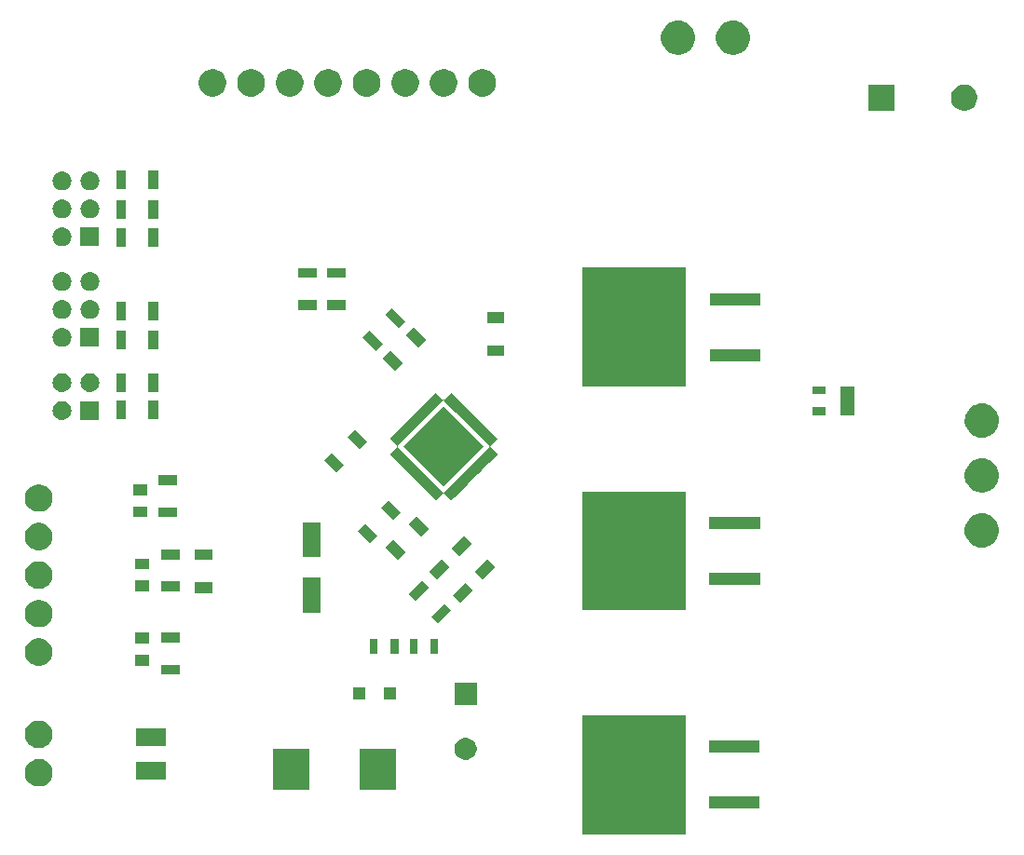
<source format=gts>
G04 #@! TF.GenerationSoftware,KiCad,Pcbnew,(5.0.1)-3*
G04 #@! TF.CreationDate,2018-10-29T22:15:53-04:00*
G04 #@! TF.ProjectId,GCEW,474345572E6B696361645F7063620000,rev?*
G04 #@! TF.SameCoordinates,Original*
G04 #@! TF.FileFunction,Soldermask,Top*
G04 #@! TF.FilePolarity,Negative*
%FSLAX46Y46*%
G04 Gerber Fmt 4.6, Leading zero omitted, Abs format (unit mm)*
G04 Created by KiCad (PCBNEW (5.0.1)-3) date 10/29/2018 10:15:53 PM*
%MOMM*%
%LPD*%
G01*
G04 APERTURE LIST*
%ADD10C,0.100000*%
G04 APERTURE END LIST*
D10*
G36*
X182775000Y-142600000D02*
X173375000Y-142600000D01*
X173375000Y-131800000D01*
X182775000Y-131800000D01*
X182775000Y-142600000D01*
X182775000Y-142600000D01*
G37*
G36*
X189525000Y-140290000D02*
X184925000Y-140290000D01*
X184925000Y-139190000D01*
X189525000Y-139190000D01*
X189525000Y-140290000D01*
X189525000Y-140290000D01*
G37*
G36*
X148600000Y-138550000D02*
X145300000Y-138550000D01*
X145300000Y-134850000D01*
X148600000Y-134850000D01*
X148600000Y-138550000D01*
X148600000Y-138550000D01*
G37*
G36*
X156500000Y-138550000D02*
X153200000Y-138550000D01*
X153200000Y-134850000D01*
X156500000Y-134850000D01*
X156500000Y-138550000D01*
X156500000Y-138550000D01*
G37*
G36*
X124364612Y-135823037D02*
X124592096Y-135917264D01*
X124796831Y-136054064D01*
X124970936Y-136228169D01*
X125107736Y-136432904D01*
X125201963Y-136660388D01*
X125250000Y-136901885D01*
X125250000Y-137148115D01*
X125201963Y-137389612D01*
X125107736Y-137617096D01*
X124970936Y-137821831D01*
X124796831Y-137995936D01*
X124592096Y-138132736D01*
X124364612Y-138226963D01*
X124123115Y-138275000D01*
X123876885Y-138275000D01*
X123635388Y-138226963D01*
X123407904Y-138132736D01*
X123203169Y-137995936D01*
X123029064Y-137821831D01*
X122892264Y-137617096D01*
X122798037Y-137389612D01*
X122750000Y-137148115D01*
X122750000Y-136901885D01*
X122798037Y-136660388D01*
X122892264Y-136432904D01*
X123029064Y-136228169D01*
X123203169Y-136054064D01*
X123407904Y-135917264D01*
X123635388Y-135823037D01*
X123876885Y-135775000D01*
X124123115Y-135775000D01*
X124364612Y-135823037D01*
X124364612Y-135823037D01*
G37*
G36*
X135550000Y-137625000D02*
X132850000Y-137625000D01*
X132850000Y-136025000D01*
X135550000Y-136025000D01*
X135550000Y-137625000D01*
X135550000Y-137625000D01*
G37*
G36*
X162975770Y-133865372D02*
X163091689Y-133888429D01*
X163273678Y-133963811D01*
X163437463Y-134073249D01*
X163576751Y-134212537D01*
X163686189Y-134376322D01*
X163761571Y-134558311D01*
X163800000Y-134751509D01*
X163800000Y-134948491D01*
X163761571Y-135141689D01*
X163686189Y-135323678D01*
X163576751Y-135487463D01*
X163437463Y-135626751D01*
X163273678Y-135736189D01*
X163091689Y-135811571D01*
X162975770Y-135834628D01*
X162898493Y-135850000D01*
X162701507Y-135850000D01*
X162624230Y-135834628D01*
X162508311Y-135811571D01*
X162326322Y-135736189D01*
X162162537Y-135626751D01*
X162023249Y-135487463D01*
X161913811Y-135323678D01*
X161838429Y-135141689D01*
X161800000Y-134948491D01*
X161800000Y-134751509D01*
X161838429Y-134558311D01*
X161913811Y-134376322D01*
X162023249Y-134212537D01*
X162162537Y-134073249D01*
X162326322Y-133963811D01*
X162508311Y-133888429D01*
X162624230Y-133865372D01*
X162701507Y-133850000D01*
X162898493Y-133850000D01*
X162975770Y-133865372D01*
X162975770Y-133865372D01*
G37*
G36*
X189525000Y-135210000D02*
X184925000Y-135210000D01*
X184925000Y-134110000D01*
X189525000Y-134110000D01*
X189525000Y-135210000D01*
X189525000Y-135210000D01*
G37*
G36*
X124364612Y-132323037D02*
X124592096Y-132417264D01*
X124796831Y-132554064D01*
X124970936Y-132728169D01*
X125107736Y-132932904D01*
X125201963Y-133160388D01*
X125250000Y-133401885D01*
X125250000Y-133648115D01*
X125201963Y-133889612D01*
X125107736Y-134117096D01*
X124970936Y-134321831D01*
X124796831Y-134495936D01*
X124592096Y-134632736D01*
X124364612Y-134726963D01*
X124123115Y-134775000D01*
X123876885Y-134775000D01*
X123635388Y-134726963D01*
X123407904Y-134632736D01*
X123203169Y-134495936D01*
X123029064Y-134321831D01*
X122892264Y-134117096D01*
X122798037Y-133889612D01*
X122750000Y-133648115D01*
X122750000Y-133401885D01*
X122798037Y-133160388D01*
X122892264Y-132932904D01*
X123029064Y-132728169D01*
X123203169Y-132554064D01*
X123407904Y-132417264D01*
X123635388Y-132323037D01*
X123876885Y-132275000D01*
X124123115Y-132275000D01*
X124364612Y-132323037D01*
X124364612Y-132323037D01*
G37*
G36*
X135550000Y-134625000D02*
X132850000Y-134625000D01*
X132850000Y-133025000D01*
X135550000Y-133025000D01*
X135550000Y-134625000D01*
X135550000Y-134625000D01*
G37*
G36*
X163800000Y-130850000D02*
X161800000Y-130850000D01*
X161800000Y-128850000D01*
X163800000Y-128850000D01*
X163800000Y-130850000D01*
X163800000Y-130850000D01*
G37*
G36*
X153700001Y-130400000D02*
X152600001Y-130400000D01*
X152600001Y-129300000D01*
X153700001Y-129300000D01*
X153700001Y-130400000D01*
X153700001Y-130400000D01*
G37*
G36*
X156499999Y-130400000D02*
X155399999Y-130400000D01*
X155399999Y-129300000D01*
X156499999Y-129300000D01*
X156499999Y-130400000D01*
X156499999Y-130400000D01*
G37*
G36*
X136800000Y-128100000D02*
X135100000Y-128100000D01*
X135100000Y-127200000D01*
X136800000Y-127200000D01*
X136800000Y-128100000D01*
X136800000Y-128100000D01*
G37*
G36*
X124364612Y-124848037D02*
X124592096Y-124942264D01*
X124796831Y-125079064D01*
X124970936Y-125253169D01*
X125107736Y-125457904D01*
X125201963Y-125685388D01*
X125250000Y-125926885D01*
X125250000Y-126173115D01*
X125201963Y-126414612D01*
X125107736Y-126642096D01*
X124970936Y-126846831D01*
X124796831Y-127020936D01*
X124592096Y-127157736D01*
X124364612Y-127251963D01*
X124123115Y-127300000D01*
X123876885Y-127300000D01*
X123635388Y-127251963D01*
X123407904Y-127157736D01*
X123203169Y-127020936D01*
X123029064Y-126846831D01*
X122892264Y-126642096D01*
X122798037Y-126414612D01*
X122750000Y-126173115D01*
X122750000Y-125926885D01*
X122798037Y-125685388D01*
X122892264Y-125457904D01*
X123029064Y-125253169D01*
X123203169Y-125079064D01*
X123407904Y-124942264D01*
X123635388Y-124848037D01*
X123876885Y-124800000D01*
X124123115Y-124800000D01*
X124364612Y-124848037D01*
X124364612Y-124848037D01*
G37*
G36*
X134025000Y-127300000D02*
X132775000Y-127300000D01*
X132775000Y-126300000D01*
X134025000Y-126300000D01*
X134025000Y-127300000D01*
X134025000Y-127300000D01*
G37*
G36*
X160300000Y-126200000D02*
X159600000Y-126200000D01*
X159600000Y-124900000D01*
X160300000Y-124900000D01*
X160300000Y-126200000D01*
X160300000Y-126200000D01*
G37*
G36*
X158400000Y-126200000D02*
X157700000Y-126200000D01*
X157700000Y-124900000D01*
X158400000Y-124900000D01*
X158400000Y-126200000D01*
X158400000Y-126200000D01*
G37*
G36*
X156700000Y-126200000D02*
X156000000Y-126200000D01*
X156000000Y-124900000D01*
X156700000Y-124900000D01*
X156700000Y-126200000D01*
X156700000Y-126200000D01*
G37*
G36*
X154800000Y-126200000D02*
X154100000Y-126200000D01*
X154100000Y-124900000D01*
X154800000Y-124900000D01*
X154800000Y-126200000D01*
X154800000Y-126200000D01*
G37*
G36*
X134025000Y-125300000D02*
X132775000Y-125300000D01*
X132775000Y-124300000D01*
X134025000Y-124300000D01*
X134025000Y-125300000D01*
X134025000Y-125300000D01*
G37*
G36*
X136800000Y-125200000D02*
X135100000Y-125200000D01*
X135100000Y-124300000D01*
X136800000Y-124300000D01*
X136800000Y-125200000D01*
X136800000Y-125200000D01*
G37*
G36*
X124364612Y-121348037D02*
X124592096Y-121442264D01*
X124796831Y-121579064D01*
X124970936Y-121753169D01*
X125107736Y-121957904D01*
X125201963Y-122185388D01*
X125250000Y-122426885D01*
X125250000Y-122673115D01*
X125201963Y-122914612D01*
X125107736Y-123142096D01*
X124970936Y-123346831D01*
X124796831Y-123520936D01*
X124592096Y-123657736D01*
X124364612Y-123751963D01*
X124123115Y-123800000D01*
X123876885Y-123800000D01*
X123635388Y-123751963D01*
X123407904Y-123657736D01*
X123203169Y-123520936D01*
X123029064Y-123346831D01*
X122892264Y-123142096D01*
X122798037Y-122914612D01*
X122750000Y-122673115D01*
X122750000Y-122426885D01*
X122798037Y-122185388D01*
X122892264Y-121957904D01*
X123029064Y-121753169D01*
X123203169Y-121579064D01*
X123407904Y-121442264D01*
X123635388Y-121348037D01*
X123876885Y-121300000D01*
X124123115Y-121300000D01*
X124364612Y-121348037D01*
X124364612Y-121348037D01*
G37*
G36*
X161494545Y-122242462D02*
X160292462Y-123444545D01*
X159656065Y-122808148D01*
X160858148Y-121606065D01*
X161494545Y-122242462D01*
X161494545Y-122242462D01*
G37*
G36*
X149600000Y-122450000D02*
X148000000Y-122450000D01*
X148000000Y-119250000D01*
X149600000Y-119250000D01*
X149600000Y-122450000D01*
X149600000Y-122450000D01*
G37*
G36*
X182799999Y-122250000D02*
X173399999Y-122250000D01*
X173399999Y-111450000D01*
X182799999Y-111450000D01*
X182799999Y-122250000D01*
X182799999Y-122250000D01*
G37*
G36*
X163479900Y-120448528D02*
X162348528Y-121579900D01*
X161641420Y-120872792D01*
X162772792Y-119741420D01*
X163479900Y-120448528D01*
X163479900Y-120448528D01*
G37*
G36*
X159443935Y-120191852D02*
X158241852Y-121393935D01*
X157605455Y-120757538D01*
X158807538Y-119555455D01*
X159443935Y-120191852D01*
X159443935Y-120191852D01*
G37*
G36*
X139800000Y-120700000D02*
X138200000Y-120700000D01*
X138200000Y-119700000D01*
X139800000Y-119700000D01*
X139800000Y-120700000D01*
X139800000Y-120700000D01*
G37*
G36*
X134025000Y-120550000D02*
X132775000Y-120550000D01*
X132775000Y-119550000D01*
X134025000Y-119550000D01*
X134025000Y-120550000D01*
X134025000Y-120550000D01*
G37*
G36*
X136800000Y-120550000D02*
X135100000Y-120550000D01*
X135100000Y-119650000D01*
X136800000Y-119650000D01*
X136800000Y-120550000D01*
X136800000Y-120550000D01*
G37*
G36*
X124364612Y-117848037D02*
X124592096Y-117942264D01*
X124796831Y-118079064D01*
X124970936Y-118253169D01*
X125107736Y-118457904D01*
X125201963Y-118685388D01*
X125250000Y-118926885D01*
X125250000Y-119173115D01*
X125201963Y-119414612D01*
X125107736Y-119642096D01*
X124970936Y-119846831D01*
X124796831Y-120020936D01*
X124592096Y-120157736D01*
X124364612Y-120251963D01*
X124123115Y-120300000D01*
X123876885Y-120300000D01*
X123635388Y-120251963D01*
X123407904Y-120157736D01*
X123203169Y-120020936D01*
X123029064Y-119846831D01*
X122892264Y-119642096D01*
X122798037Y-119414612D01*
X122750000Y-119173115D01*
X122750000Y-118926885D01*
X122798037Y-118685388D01*
X122892264Y-118457904D01*
X123029064Y-118253169D01*
X123203169Y-118079064D01*
X123407904Y-117942264D01*
X123635388Y-117848037D01*
X123876885Y-117800000D01*
X124123115Y-117800000D01*
X124364612Y-117848037D01*
X124364612Y-117848037D01*
G37*
G36*
X189549999Y-119940000D02*
X184949999Y-119940000D01*
X184949999Y-118840000D01*
X189549999Y-118840000D01*
X189549999Y-119940000D01*
X189549999Y-119940000D01*
G37*
G36*
X161358580Y-118327208D02*
X160227208Y-119458580D01*
X159520100Y-118751472D01*
X160651472Y-117620100D01*
X161358580Y-118327208D01*
X161358580Y-118327208D01*
G37*
G36*
X165490560Y-118309188D02*
X164359188Y-119440560D01*
X163652080Y-118733452D01*
X164783452Y-117602080D01*
X165490560Y-118309188D01*
X165490560Y-118309188D01*
G37*
G36*
X134025000Y-118550000D02*
X132775000Y-118550000D01*
X132775000Y-117550000D01*
X134025000Y-117550000D01*
X134025000Y-118550000D01*
X134025000Y-118550000D01*
G37*
G36*
X139800000Y-117700000D02*
X138200000Y-117700000D01*
X138200000Y-116700000D01*
X139800000Y-116700000D01*
X139800000Y-117700000D01*
X139800000Y-117700000D01*
G37*
G36*
X157372920Y-116958452D02*
X156665812Y-117665560D01*
X155534440Y-116534188D01*
X156241548Y-115827080D01*
X157372920Y-116958452D01*
X157372920Y-116958452D01*
G37*
G36*
X136800000Y-117650000D02*
X135100000Y-117650000D01*
X135100000Y-116750000D01*
X136800000Y-116750000D01*
X136800000Y-117650000D01*
X136800000Y-117650000D01*
G37*
G36*
X149600000Y-117450000D02*
X148000000Y-117450000D01*
X148000000Y-114250000D01*
X149600000Y-114250000D01*
X149600000Y-117450000D01*
X149600000Y-117450000D01*
G37*
G36*
X163369240Y-116187868D02*
X162237868Y-117319240D01*
X161530760Y-116612132D01*
X162662132Y-115480760D01*
X163369240Y-116187868D01*
X163369240Y-116187868D01*
G37*
G36*
X124364612Y-114348037D02*
X124592096Y-114442264D01*
X124796831Y-114579064D01*
X124970936Y-114753169D01*
X125107736Y-114957904D01*
X125201963Y-115185388D01*
X125250000Y-115426885D01*
X125250000Y-115673115D01*
X125201963Y-115914612D01*
X125107736Y-116142096D01*
X124970936Y-116346831D01*
X124796831Y-116520936D01*
X124592096Y-116657736D01*
X124364612Y-116751963D01*
X124123115Y-116800000D01*
X123876885Y-116800000D01*
X123635388Y-116751963D01*
X123407904Y-116657736D01*
X123203169Y-116520936D01*
X123029064Y-116346831D01*
X122892264Y-116142096D01*
X122798037Y-115914612D01*
X122750000Y-115673115D01*
X122750000Y-115426885D01*
X122798037Y-115185388D01*
X122892264Y-114957904D01*
X123029064Y-114753169D01*
X123203169Y-114579064D01*
X123407904Y-114442264D01*
X123635388Y-114348037D01*
X123876885Y-114300000D01*
X124123115Y-114300000D01*
X124364612Y-114348037D01*
X124364612Y-114348037D01*
G37*
G36*
X209952481Y-113469855D02*
X210152118Y-113509565D01*
X210340173Y-113587460D01*
X210434201Y-113626408D01*
X210688071Y-113796038D01*
X210903962Y-114011929D01*
X211073592Y-114265799D01*
X211107656Y-114348037D01*
X211190435Y-114547882D01*
X211190435Y-114547884D01*
X211250000Y-114847337D01*
X211250000Y-115152663D01*
X211243490Y-115185389D01*
X211190435Y-115452118D01*
X211112540Y-115640173D01*
X211073592Y-115734201D01*
X210903962Y-115988071D01*
X210688071Y-116203962D01*
X210434201Y-116373592D01*
X210340173Y-116412540D01*
X210152118Y-116490435D01*
X209952481Y-116530145D01*
X209852663Y-116550000D01*
X209547337Y-116550000D01*
X209447519Y-116530145D01*
X209247882Y-116490435D01*
X209059827Y-116412540D01*
X208965799Y-116373592D01*
X208711929Y-116203962D01*
X208496038Y-115988071D01*
X208326408Y-115734201D01*
X208287460Y-115640173D01*
X208209565Y-115452118D01*
X208156510Y-115185389D01*
X208150000Y-115152663D01*
X208150000Y-114847337D01*
X208209565Y-114547884D01*
X208209565Y-114547882D01*
X208292344Y-114348037D01*
X208326408Y-114265799D01*
X208496038Y-114011929D01*
X208711929Y-113796038D01*
X208965799Y-113626408D01*
X209059827Y-113587460D01*
X209247882Y-113509565D01*
X209447519Y-113469855D01*
X209547337Y-113450000D01*
X209852663Y-113450000D01*
X209952481Y-113469855D01*
X209952481Y-113469855D01*
G37*
G36*
X154808580Y-115472792D02*
X154101472Y-116179900D01*
X152970100Y-115048528D01*
X153677208Y-114341420D01*
X154808580Y-115472792D01*
X154808580Y-115472792D01*
G37*
G36*
X159494240Y-114837132D02*
X158787132Y-115544240D01*
X157655760Y-114412868D01*
X158362868Y-113705760D01*
X159494240Y-114837132D01*
X159494240Y-114837132D01*
G37*
G36*
X189549999Y-114860000D02*
X184949999Y-114860000D01*
X184949999Y-113760000D01*
X189549999Y-113760000D01*
X189549999Y-114860000D01*
X189549999Y-114860000D01*
G37*
G36*
X156929900Y-113351472D02*
X156222792Y-114058580D01*
X155091420Y-112927208D01*
X155798528Y-112220100D01*
X156929900Y-113351472D01*
X156929900Y-113351472D01*
G37*
G36*
X136600000Y-113800000D02*
X134900000Y-113800000D01*
X134900000Y-112900000D01*
X136600000Y-112900000D01*
X136600000Y-113800000D01*
X136600000Y-113800000D01*
G37*
G36*
X133875000Y-113800000D02*
X132625000Y-113800000D01*
X132625000Y-112800000D01*
X133875000Y-112800000D01*
X133875000Y-113800000D01*
X133875000Y-113800000D01*
G37*
G36*
X124364612Y-110848037D02*
X124592096Y-110942264D01*
X124796831Y-111079064D01*
X124970936Y-111253169D01*
X125107736Y-111457904D01*
X125201963Y-111685388D01*
X125250000Y-111926885D01*
X125250000Y-112173115D01*
X125201963Y-112414612D01*
X125107736Y-112642096D01*
X124970936Y-112846831D01*
X124796831Y-113020936D01*
X124592096Y-113157736D01*
X124364612Y-113251963D01*
X124123115Y-113300000D01*
X123876885Y-113300000D01*
X123635388Y-113251963D01*
X123407904Y-113157736D01*
X123203169Y-113020936D01*
X123029064Y-112846831D01*
X122892264Y-112642096D01*
X122798037Y-112414612D01*
X122750000Y-112173115D01*
X122750000Y-111926885D01*
X122798037Y-111685388D01*
X122892264Y-111457904D01*
X123029064Y-111253169D01*
X123203169Y-111079064D01*
X123407904Y-110942264D01*
X123635388Y-110848037D01*
X123876885Y-110800000D01*
X124123115Y-110800000D01*
X124364612Y-110848037D01*
X124364612Y-110848037D01*
G37*
G36*
X162476050Y-103442822D02*
X162476056Y-103442827D01*
X162949807Y-103916578D01*
X162949812Y-103916584D01*
X164243817Y-105210589D01*
X164243823Y-105210594D01*
X164717574Y-105684345D01*
X164717579Y-105684351D01*
X165689851Y-106656623D01*
X165064062Y-107282412D01*
X165048516Y-107301354D01*
X165036965Y-107322965D01*
X165029852Y-107346414D01*
X165027450Y-107370800D01*
X165029852Y-107395186D01*
X165036965Y-107418635D01*
X165048516Y-107440246D01*
X165064062Y-107459188D01*
X165689851Y-108084977D01*
X164950923Y-108823905D01*
X164717579Y-109057250D01*
X164243817Y-109531012D01*
X163890263Y-109884565D01*
X163183156Y-110591672D01*
X162949812Y-110825017D01*
X162476050Y-111298779D01*
X162122496Y-111652332D01*
X161776123Y-111998705D01*
X161768236Y-112005178D01*
X161503070Y-112270344D01*
X160877988Y-111645262D01*
X160859046Y-111629716D01*
X160837435Y-111618165D01*
X160813986Y-111611052D01*
X160789600Y-111608650D01*
X160765214Y-111611052D01*
X160741765Y-111618165D01*
X160720154Y-111629716D01*
X160701212Y-111645262D01*
X160075423Y-112271051D01*
X159103151Y-111298779D01*
X159103145Y-111298774D01*
X158629394Y-110825023D01*
X158629389Y-110825017D01*
X157335384Y-109531012D01*
X157335378Y-109531007D01*
X156861627Y-109057256D01*
X156861622Y-109057250D01*
X155889349Y-108084977D01*
X156515138Y-107459188D01*
X156530684Y-107440246D01*
X156542235Y-107418635D01*
X156549348Y-107395186D01*
X156551750Y-107370800D01*
X156627020Y-107370800D01*
X156629422Y-107395186D01*
X156636535Y-107418635D01*
X156648086Y-107440246D01*
X156663632Y-107459188D01*
X157681861Y-108477417D01*
X157681866Y-108477423D01*
X157915211Y-108710768D01*
X157915217Y-108710773D01*
X159449628Y-110245184D01*
X159449633Y-110245190D01*
X159682978Y-110478535D01*
X159682984Y-110478540D01*
X160700505Y-111496061D01*
X160719447Y-111511607D01*
X160741058Y-111523158D01*
X160764507Y-111530271D01*
X160788893Y-111532673D01*
X160813279Y-111530271D01*
X160836728Y-111523158D01*
X160858339Y-111511607D01*
X160877281Y-111496061D01*
X161181228Y-111192114D01*
X161189115Y-111185641D01*
X161896212Y-110478544D01*
X161896223Y-110478535D01*
X162129568Y-110245190D01*
X162129577Y-110245179D01*
X163663979Y-108710777D01*
X163663990Y-108710768D01*
X163897335Y-108477423D01*
X163897344Y-108477412D01*
X164915568Y-107459188D01*
X164931114Y-107440246D01*
X164942665Y-107418635D01*
X164949778Y-107395186D01*
X164952180Y-107370800D01*
X164949778Y-107346414D01*
X164942665Y-107322965D01*
X164931114Y-107301354D01*
X164915568Y-107282412D01*
X163897340Y-106264184D01*
X163897335Y-106264178D01*
X163663990Y-106030833D01*
X163663984Y-106030828D01*
X162129573Y-104496417D01*
X162129568Y-104496411D01*
X161896223Y-104263066D01*
X161896217Y-104263061D01*
X160877988Y-103244832D01*
X160859046Y-103229286D01*
X160837435Y-103217735D01*
X160813986Y-103210622D01*
X160789600Y-103208220D01*
X160765214Y-103210622D01*
X160741765Y-103217735D01*
X160720154Y-103229286D01*
X160701212Y-103244832D01*
X156663632Y-107282412D01*
X156648086Y-107301354D01*
X156636535Y-107322965D01*
X156629422Y-107346414D01*
X156627020Y-107370800D01*
X156551750Y-107370800D01*
X156549348Y-107346414D01*
X156542235Y-107322965D01*
X156530684Y-107301354D01*
X156515138Y-107282412D01*
X155889349Y-106656623D01*
X156628277Y-105917695D01*
X156861622Y-105684351D01*
X156861631Y-105684340D01*
X157335373Y-105210598D01*
X157335384Y-105210589D01*
X157688937Y-104857035D01*
X158396044Y-104149928D01*
X158629389Y-103916584D01*
X158629398Y-103916573D01*
X159103140Y-103442831D01*
X159103151Y-103442822D01*
X159456704Y-103089268D01*
X160075423Y-102470549D01*
X160701212Y-103096338D01*
X160720154Y-103111884D01*
X160741765Y-103123435D01*
X160765214Y-103130548D01*
X160789600Y-103132950D01*
X160813986Y-103130548D01*
X160837435Y-103123435D01*
X160859046Y-103111884D01*
X160877988Y-103096338D01*
X161503777Y-102470549D01*
X162476050Y-103442822D01*
X162476050Y-103442822D01*
G37*
G36*
X164431201Y-107370800D02*
X160789600Y-111012401D01*
X157147999Y-107370800D01*
X160789600Y-103729199D01*
X164431201Y-107370800D01*
X164431201Y-107370800D01*
G37*
G36*
X133875000Y-111800000D02*
X132625000Y-111800000D01*
X132625000Y-110800000D01*
X133875000Y-110800000D01*
X133875000Y-111800000D01*
X133875000Y-111800000D01*
G37*
G36*
X209952481Y-108469855D02*
X210152118Y-108509565D01*
X210340173Y-108587460D01*
X210434201Y-108626408D01*
X210688071Y-108796038D01*
X210903962Y-109011929D01*
X211073592Y-109265799D01*
X211073592Y-109265800D01*
X211190435Y-109547882D01*
X211250000Y-109847338D01*
X211250000Y-110152662D01*
X211190435Y-110452118D01*
X211166312Y-110510355D01*
X211073592Y-110734201D01*
X210903962Y-110988071D01*
X210688071Y-111203962D01*
X210434201Y-111373592D01*
X210340173Y-111412540D01*
X210152118Y-111490435D01*
X209987607Y-111523158D01*
X209852663Y-111550000D01*
X209547337Y-111550000D01*
X209412393Y-111523158D01*
X209247882Y-111490435D01*
X209059827Y-111412540D01*
X208965799Y-111373592D01*
X208711929Y-111203962D01*
X208496038Y-110988071D01*
X208326408Y-110734201D01*
X208233688Y-110510355D01*
X208209565Y-110452118D01*
X208150000Y-110152662D01*
X208150000Y-109847338D01*
X208209565Y-109547882D01*
X208326408Y-109265800D01*
X208326408Y-109265799D01*
X208496038Y-109011929D01*
X208711929Y-108796038D01*
X208965799Y-108626408D01*
X209059827Y-108587460D01*
X209247882Y-108509565D01*
X209447519Y-108469855D01*
X209547337Y-108450000D01*
X209852663Y-108450000D01*
X209952481Y-108469855D01*
X209952481Y-108469855D01*
G37*
G36*
X136600000Y-110900000D02*
X134900000Y-110900000D01*
X134900000Y-110000000D01*
X136600000Y-110000000D01*
X136600000Y-110900000D01*
X136600000Y-110900000D01*
G37*
G36*
X151758580Y-109022792D02*
X151051472Y-109729900D01*
X149920100Y-108598528D01*
X150627208Y-107891420D01*
X151758580Y-109022792D01*
X151758580Y-109022792D01*
G37*
G36*
X153879900Y-106901472D02*
X153172792Y-107608580D01*
X152041420Y-106477208D01*
X152748528Y-105770100D01*
X153879900Y-106901472D01*
X153879900Y-106901472D01*
G37*
G36*
X209940993Y-103467570D02*
X210152118Y-103509565D01*
X210298020Y-103570000D01*
X210434201Y-103626408D01*
X210688071Y-103796038D01*
X210903962Y-104011929D01*
X211073592Y-104265799D01*
X211073936Y-104266630D01*
X211190435Y-104547882D01*
X211221478Y-104703948D01*
X211242607Y-104810168D01*
X211250000Y-104847338D01*
X211250000Y-105152662D01*
X211190435Y-105452118D01*
X211133781Y-105588891D01*
X211073592Y-105734201D01*
X210903962Y-105988071D01*
X210688071Y-106203962D01*
X210434201Y-106373592D01*
X210340173Y-106412540D01*
X210152118Y-106490435D01*
X209952481Y-106530145D01*
X209852663Y-106550000D01*
X209547337Y-106550000D01*
X209447519Y-106530145D01*
X209247882Y-106490435D01*
X209059827Y-106412540D01*
X208965799Y-106373592D01*
X208711929Y-106203962D01*
X208496038Y-105988071D01*
X208326408Y-105734201D01*
X208266219Y-105588891D01*
X208209565Y-105452118D01*
X208150000Y-105152662D01*
X208150000Y-104847338D01*
X208157394Y-104810168D01*
X208178522Y-104703948D01*
X208209565Y-104547882D01*
X208326064Y-104266630D01*
X208326408Y-104265799D01*
X208496038Y-104011929D01*
X208711929Y-103796038D01*
X208965799Y-103626408D01*
X209101980Y-103570000D01*
X209247882Y-103509565D01*
X209459007Y-103467570D01*
X209547337Y-103450000D01*
X209852663Y-103450000D01*
X209940993Y-103467570D01*
X209940993Y-103467570D01*
G37*
G36*
X129500000Y-104950000D02*
X127800000Y-104950000D01*
X127800000Y-103250000D01*
X129500000Y-103250000D01*
X129500000Y-104950000D01*
X129500000Y-104950000D01*
G37*
G36*
X126276630Y-103262299D02*
X126436855Y-103310903D01*
X126584520Y-103389831D01*
X126713949Y-103496051D01*
X126820169Y-103625480D01*
X126899097Y-103773145D01*
X126947701Y-103933370D01*
X126964112Y-104100000D01*
X126947701Y-104266630D01*
X126899097Y-104426855D01*
X126820169Y-104574520D01*
X126713949Y-104703949D01*
X126584520Y-104810169D01*
X126436855Y-104889097D01*
X126276630Y-104937701D01*
X126151752Y-104950000D01*
X126068248Y-104950000D01*
X125943370Y-104937701D01*
X125783145Y-104889097D01*
X125635480Y-104810169D01*
X125506051Y-104703949D01*
X125399831Y-104574520D01*
X125320903Y-104426855D01*
X125272299Y-104266630D01*
X125255888Y-104100000D01*
X125272299Y-103933370D01*
X125320903Y-103773145D01*
X125399831Y-103625480D01*
X125506051Y-103496051D01*
X125635480Y-103389831D01*
X125783145Y-103310903D01*
X125943370Y-103262299D01*
X126068248Y-103250000D01*
X126151752Y-103250000D01*
X126276630Y-103262299D01*
X126276630Y-103262299D01*
G37*
G36*
X131950000Y-104850000D02*
X131050000Y-104850000D01*
X131050000Y-103150000D01*
X131950000Y-103150000D01*
X131950000Y-104850000D01*
X131950000Y-104850000D01*
G37*
G36*
X134850000Y-104850000D02*
X133950000Y-104850000D01*
X133950000Y-103150000D01*
X134850000Y-103150000D01*
X134850000Y-104850000D01*
X134850000Y-104850000D01*
G37*
G36*
X198120000Y-104520000D02*
X196880000Y-104520000D01*
X196880000Y-101880000D01*
X198120000Y-101880000D01*
X198120000Y-104520000D01*
X198120000Y-104520000D01*
G37*
G36*
X195520000Y-104520000D02*
X194280000Y-104520000D01*
X194280000Y-103780000D01*
X195520000Y-103780000D01*
X195520000Y-104520000D01*
X195520000Y-104520000D01*
G37*
G36*
X195520000Y-102620000D02*
X194280000Y-102620000D01*
X194280000Y-101880000D01*
X195520000Y-101880000D01*
X195520000Y-102620000D01*
X195520000Y-102620000D01*
G37*
G36*
X134850000Y-102450000D02*
X133950000Y-102450000D01*
X133950000Y-100750000D01*
X134850000Y-100750000D01*
X134850000Y-102450000D01*
X134850000Y-102450000D01*
G37*
G36*
X131950000Y-102450000D02*
X131050000Y-102450000D01*
X131050000Y-100750000D01*
X131950000Y-100750000D01*
X131950000Y-102450000D01*
X131950000Y-102450000D01*
G37*
G36*
X126276630Y-100722299D02*
X126436855Y-100770903D01*
X126584520Y-100849831D01*
X126713949Y-100956051D01*
X126820169Y-101085480D01*
X126899097Y-101233145D01*
X126947701Y-101393370D01*
X126964112Y-101560000D01*
X126947701Y-101726630D01*
X126899097Y-101886855D01*
X126820169Y-102034520D01*
X126713949Y-102163949D01*
X126584520Y-102270169D01*
X126436855Y-102349097D01*
X126276630Y-102397701D01*
X126151752Y-102410000D01*
X126068248Y-102410000D01*
X125943370Y-102397701D01*
X125783145Y-102349097D01*
X125635480Y-102270169D01*
X125506051Y-102163949D01*
X125399831Y-102034520D01*
X125320903Y-101886855D01*
X125272299Y-101726630D01*
X125255888Y-101560000D01*
X125272299Y-101393370D01*
X125320903Y-101233145D01*
X125399831Y-101085480D01*
X125506051Y-100956051D01*
X125635480Y-100849831D01*
X125783145Y-100770903D01*
X125943370Y-100722299D01*
X126068248Y-100710000D01*
X126151752Y-100710000D01*
X126276630Y-100722299D01*
X126276630Y-100722299D01*
G37*
G36*
X128816630Y-100722299D02*
X128976855Y-100770903D01*
X129124520Y-100849831D01*
X129253949Y-100956051D01*
X129360169Y-101085480D01*
X129439097Y-101233145D01*
X129487701Y-101393370D01*
X129504112Y-101560000D01*
X129487701Y-101726630D01*
X129439097Y-101886855D01*
X129360169Y-102034520D01*
X129253949Y-102163949D01*
X129124520Y-102270169D01*
X128976855Y-102349097D01*
X128816630Y-102397701D01*
X128691752Y-102410000D01*
X128608248Y-102410000D01*
X128483370Y-102397701D01*
X128323145Y-102349097D01*
X128175480Y-102270169D01*
X128046051Y-102163949D01*
X127939831Y-102034520D01*
X127860903Y-101886855D01*
X127812299Y-101726630D01*
X127795888Y-101560000D01*
X127812299Y-101393370D01*
X127860903Y-101233145D01*
X127939831Y-101085480D01*
X128046051Y-100956051D01*
X128175480Y-100849831D01*
X128323145Y-100770903D01*
X128483370Y-100722299D01*
X128608248Y-100710000D01*
X128691752Y-100710000D01*
X128816630Y-100722299D01*
X128816630Y-100722299D01*
G37*
G36*
X182825000Y-101900000D02*
X173425000Y-101900000D01*
X173425000Y-91100000D01*
X182825000Y-91100000D01*
X182825000Y-101900000D01*
X182825000Y-101900000D01*
G37*
G36*
X157058580Y-99772792D02*
X156351472Y-100479900D01*
X155220100Y-99348528D01*
X155927208Y-98641420D01*
X157058580Y-99772792D01*
X157058580Y-99772792D01*
G37*
G36*
X189575000Y-99590000D02*
X184975000Y-99590000D01*
X184975000Y-98490000D01*
X189575000Y-98490000D01*
X189575000Y-99590000D01*
X189575000Y-99590000D01*
G37*
G36*
X166325000Y-99150000D02*
X164725000Y-99150000D01*
X164725000Y-98150000D01*
X166325000Y-98150000D01*
X166325000Y-99150000D01*
X166325000Y-99150000D01*
G37*
G36*
X155268630Y-98033453D02*
X154632233Y-98669850D01*
X153430150Y-97467767D01*
X154066547Y-96831370D01*
X155268630Y-98033453D01*
X155268630Y-98033453D01*
G37*
G36*
X134850000Y-98500000D02*
X133950000Y-98500000D01*
X133950000Y-96800000D01*
X134850000Y-96800000D01*
X134850000Y-98500000D01*
X134850000Y-98500000D01*
G37*
G36*
X131950000Y-98500000D02*
X131050000Y-98500000D01*
X131050000Y-96800000D01*
X131950000Y-96800000D01*
X131950000Y-98500000D01*
X131950000Y-98500000D01*
G37*
G36*
X159179900Y-97651472D02*
X158472792Y-98358580D01*
X157341420Y-97227208D01*
X158048528Y-96520100D01*
X159179900Y-97651472D01*
X159179900Y-97651472D01*
G37*
G36*
X129500000Y-98300000D02*
X127800000Y-98300000D01*
X127800000Y-96600000D01*
X129500000Y-96600000D01*
X129500000Y-98300000D01*
X129500000Y-98300000D01*
G37*
G36*
X126276630Y-96612299D02*
X126436855Y-96660903D01*
X126584520Y-96739831D01*
X126713949Y-96846051D01*
X126820169Y-96975480D01*
X126899097Y-97123145D01*
X126947701Y-97283370D01*
X126964112Y-97450000D01*
X126947701Y-97616630D01*
X126899097Y-97776855D01*
X126820169Y-97924520D01*
X126713949Y-98053949D01*
X126584520Y-98160169D01*
X126436855Y-98239097D01*
X126276630Y-98287701D01*
X126151752Y-98300000D01*
X126068248Y-98300000D01*
X125943370Y-98287701D01*
X125783145Y-98239097D01*
X125635480Y-98160169D01*
X125506051Y-98053949D01*
X125399831Y-97924520D01*
X125320903Y-97776855D01*
X125272299Y-97616630D01*
X125255888Y-97450000D01*
X125272299Y-97283370D01*
X125320903Y-97123145D01*
X125399831Y-96975480D01*
X125506051Y-96846051D01*
X125635480Y-96739831D01*
X125783145Y-96660903D01*
X125943370Y-96612299D01*
X126068248Y-96600000D01*
X126151752Y-96600000D01*
X126276630Y-96612299D01*
X126276630Y-96612299D01*
G37*
G36*
X157319240Y-95982843D02*
X156682843Y-96619240D01*
X155480760Y-95417157D01*
X156117157Y-94780760D01*
X157319240Y-95982843D01*
X157319240Y-95982843D01*
G37*
G36*
X166325000Y-96150000D02*
X164725000Y-96150000D01*
X164725000Y-95150000D01*
X166325000Y-95150000D01*
X166325000Y-96150000D01*
X166325000Y-96150000D01*
G37*
G36*
X131950000Y-95900000D02*
X131050000Y-95900000D01*
X131050000Y-94200000D01*
X131950000Y-94200000D01*
X131950000Y-95900000D01*
X131950000Y-95900000D01*
G37*
G36*
X134850000Y-95900000D02*
X133950000Y-95900000D01*
X133950000Y-94200000D01*
X134850000Y-94200000D01*
X134850000Y-95900000D01*
X134850000Y-95900000D01*
G37*
G36*
X126276630Y-94072299D02*
X126436855Y-94120903D01*
X126584520Y-94199831D01*
X126713949Y-94306051D01*
X126820169Y-94435480D01*
X126899097Y-94583145D01*
X126947701Y-94743370D01*
X126964112Y-94910000D01*
X126947701Y-95076630D01*
X126899097Y-95236855D01*
X126820169Y-95384520D01*
X126713949Y-95513949D01*
X126584520Y-95620169D01*
X126436855Y-95699097D01*
X126276630Y-95747701D01*
X126151752Y-95760000D01*
X126068248Y-95760000D01*
X125943370Y-95747701D01*
X125783145Y-95699097D01*
X125635480Y-95620169D01*
X125506051Y-95513949D01*
X125399831Y-95384520D01*
X125320903Y-95236855D01*
X125272299Y-95076630D01*
X125255888Y-94910000D01*
X125272299Y-94743370D01*
X125320903Y-94583145D01*
X125399831Y-94435480D01*
X125506051Y-94306051D01*
X125635480Y-94199831D01*
X125783145Y-94120903D01*
X125943370Y-94072299D01*
X126068248Y-94060000D01*
X126151752Y-94060000D01*
X126276630Y-94072299D01*
X126276630Y-94072299D01*
G37*
G36*
X128816630Y-94072299D02*
X128976855Y-94120903D01*
X129124520Y-94199831D01*
X129253949Y-94306051D01*
X129360169Y-94435480D01*
X129439097Y-94583145D01*
X129487701Y-94743370D01*
X129504112Y-94910000D01*
X129487701Y-95076630D01*
X129439097Y-95236855D01*
X129360169Y-95384520D01*
X129253949Y-95513949D01*
X129124520Y-95620169D01*
X128976855Y-95699097D01*
X128816630Y-95747701D01*
X128691752Y-95760000D01*
X128608248Y-95760000D01*
X128483370Y-95747701D01*
X128323145Y-95699097D01*
X128175480Y-95620169D01*
X128046051Y-95513949D01*
X127939831Y-95384520D01*
X127860903Y-95236855D01*
X127812299Y-95076630D01*
X127795888Y-94910000D01*
X127812299Y-94743370D01*
X127860903Y-94583145D01*
X127939831Y-94435480D01*
X128046051Y-94306051D01*
X128175480Y-94199831D01*
X128323145Y-94120903D01*
X128483370Y-94072299D01*
X128608248Y-94060000D01*
X128691752Y-94060000D01*
X128816630Y-94072299D01*
X128816630Y-94072299D01*
G37*
G36*
X149310000Y-94930000D02*
X147610000Y-94930000D01*
X147610000Y-94030000D01*
X149310000Y-94030000D01*
X149310000Y-94930000D01*
X149310000Y-94930000D01*
G37*
G36*
X151870000Y-94930000D02*
X150170000Y-94930000D01*
X150170000Y-94030000D01*
X151870000Y-94030000D01*
X151870000Y-94930000D01*
X151870000Y-94930000D01*
G37*
G36*
X189575000Y-94510000D02*
X184975000Y-94510000D01*
X184975000Y-93410000D01*
X189575000Y-93410000D01*
X189575000Y-94510000D01*
X189575000Y-94510000D01*
G37*
G36*
X128816630Y-91532299D02*
X128976855Y-91580903D01*
X129124520Y-91659831D01*
X129253949Y-91766051D01*
X129360169Y-91895480D01*
X129439097Y-92043145D01*
X129487701Y-92203370D01*
X129504112Y-92370000D01*
X129487701Y-92536630D01*
X129439097Y-92696855D01*
X129360169Y-92844520D01*
X129253949Y-92973949D01*
X129124520Y-93080169D01*
X128976855Y-93159097D01*
X128816630Y-93207701D01*
X128691752Y-93220000D01*
X128608248Y-93220000D01*
X128483370Y-93207701D01*
X128323145Y-93159097D01*
X128175480Y-93080169D01*
X128046051Y-92973949D01*
X127939831Y-92844520D01*
X127860903Y-92696855D01*
X127812299Y-92536630D01*
X127795888Y-92370000D01*
X127812299Y-92203370D01*
X127860903Y-92043145D01*
X127939831Y-91895480D01*
X128046051Y-91766051D01*
X128175480Y-91659831D01*
X128323145Y-91580903D01*
X128483370Y-91532299D01*
X128608248Y-91520000D01*
X128691752Y-91520000D01*
X128816630Y-91532299D01*
X128816630Y-91532299D01*
G37*
G36*
X126276630Y-91532299D02*
X126436855Y-91580903D01*
X126584520Y-91659831D01*
X126713949Y-91766051D01*
X126820169Y-91895480D01*
X126899097Y-92043145D01*
X126947701Y-92203370D01*
X126964112Y-92370000D01*
X126947701Y-92536630D01*
X126899097Y-92696855D01*
X126820169Y-92844520D01*
X126713949Y-92973949D01*
X126584520Y-93080169D01*
X126436855Y-93159097D01*
X126276630Y-93207701D01*
X126151752Y-93220000D01*
X126068248Y-93220000D01*
X125943370Y-93207701D01*
X125783145Y-93159097D01*
X125635480Y-93080169D01*
X125506051Y-92973949D01*
X125399831Y-92844520D01*
X125320903Y-92696855D01*
X125272299Y-92536630D01*
X125255888Y-92370000D01*
X125272299Y-92203370D01*
X125320903Y-92043145D01*
X125399831Y-91895480D01*
X125506051Y-91766051D01*
X125635480Y-91659831D01*
X125783145Y-91580903D01*
X125943370Y-91532299D01*
X126068248Y-91520000D01*
X126151752Y-91520000D01*
X126276630Y-91532299D01*
X126276630Y-91532299D01*
G37*
G36*
X151870000Y-92030000D02*
X150170000Y-92030000D01*
X150170000Y-91130000D01*
X151870000Y-91130000D01*
X151870000Y-92030000D01*
X151870000Y-92030000D01*
G37*
G36*
X149310000Y-92030000D02*
X147610000Y-92030000D01*
X147610000Y-91130000D01*
X149310000Y-91130000D01*
X149310000Y-92030000D01*
X149310000Y-92030000D01*
G37*
G36*
X131950000Y-89250000D02*
X131050000Y-89250000D01*
X131050000Y-87550000D01*
X131950000Y-87550000D01*
X131950000Y-89250000D01*
X131950000Y-89250000D01*
G37*
G36*
X134850000Y-89250000D02*
X133950000Y-89250000D01*
X133950000Y-87550000D01*
X134850000Y-87550000D01*
X134850000Y-89250000D01*
X134850000Y-89250000D01*
G37*
G36*
X129500000Y-89150000D02*
X127800000Y-89150000D01*
X127800000Y-87450000D01*
X129500000Y-87450000D01*
X129500000Y-89150000D01*
X129500000Y-89150000D01*
G37*
G36*
X126276630Y-87462299D02*
X126436855Y-87510903D01*
X126584520Y-87589831D01*
X126713949Y-87696051D01*
X126820169Y-87825480D01*
X126899097Y-87973145D01*
X126947701Y-88133370D01*
X126964112Y-88300000D01*
X126947701Y-88466630D01*
X126899097Y-88626855D01*
X126820169Y-88774520D01*
X126713949Y-88903949D01*
X126584520Y-89010169D01*
X126436855Y-89089097D01*
X126276630Y-89137701D01*
X126151752Y-89150000D01*
X126068248Y-89150000D01*
X125943370Y-89137701D01*
X125783145Y-89089097D01*
X125635480Y-89010169D01*
X125506051Y-88903949D01*
X125399831Y-88774520D01*
X125320903Y-88626855D01*
X125272299Y-88466630D01*
X125255888Y-88300000D01*
X125272299Y-88133370D01*
X125320903Y-87973145D01*
X125399831Y-87825480D01*
X125506051Y-87696051D01*
X125635480Y-87589831D01*
X125783145Y-87510903D01*
X125943370Y-87462299D01*
X126068248Y-87450000D01*
X126151752Y-87450000D01*
X126276630Y-87462299D01*
X126276630Y-87462299D01*
G37*
G36*
X134850000Y-86650000D02*
X133950000Y-86650000D01*
X133950000Y-84950000D01*
X134850000Y-84950000D01*
X134850000Y-86650000D01*
X134850000Y-86650000D01*
G37*
G36*
X131950000Y-86650000D02*
X131050000Y-86650000D01*
X131050000Y-84950000D01*
X131950000Y-84950000D01*
X131950000Y-86650000D01*
X131950000Y-86650000D01*
G37*
G36*
X126276630Y-84922299D02*
X126436855Y-84970903D01*
X126584520Y-85049831D01*
X126713949Y-85156051D01*
X126820169Y-85285480D01*
X126899097Y-85433145D01*
X126947701Y-85593370D01*
X126964112Y-85760000D01*
X126947701Y-85926630D01*
X126899097Y-86086855D01*
X126820169Y-86234520D01*
X126713949Y-86363949D01*
X126584520Y-86470169D01*
X126436855Y-86549097D01*
X126276630Y-86597701D01*
X126151752Y-86610000D01*
X126068248Y-86610000D01*
X125943370Y-86597701D01*
X125783145Y-86549097D01*
X125635480Y-86470169D01*
X125506051Y-86363949D01*
X125399831Y-86234520D01*
X125320903Y-86086855D01*
X125272299Y-85926630D01*
X125255888Y-85760000D01*
X125272299Y-85593370D01*
X125320903Y-85433145D01*
X125399831Y-85285480D01*
X125506051Y-85156051D01*
X125635480Y-85049831D01*
X125783145Y-84970903D01*
X125943370Y-84922299D01*
X126068248Y-84910000D01*
X126151752Y-84910000D01*
X126276630Y-84922299D01*
X126276630Y-84922299D01*
G37*
G36*
X128816630Y-84922299D02*
X128976855Y-84970903D01*
X129124520Y-85049831D01*
X129253949Y-85156051D01*
X129360169Y-85285480D01*
X129439097Y-85433145D01*
X129487701Y-85593370D01*
X129504112Y-85760000D01*
X129487701Y-85926630D01*
X129439097Y-86086855D01*
X129360169Y-86234520D01*
X129253949Y-86363949D01*
X129124520Y-86470169D01*
X128976855Y-86549097D01*
X128816630Y-86597701D01*
X128691752Y-86610000D01*
X128608248Y-86610000D01*
X128483370Y-86597701D01*
X128323145Y-86549097D01*
X128175480Y-86470169D01*
X128046051Y-86363949D01*
X127939831Y-86234520D01*
X127860903Y-86086855D01*
X127812299Y-85926630D01*
X127795888Y-85760000D01*
X127812299Y-85593370D01*
X127860903Y-85433145D01*
X127939831Y-85285480D01*
X128046051Y-85156051D01*
X128175480Y-85049831D01*
X128323145Y-84970903D01*
X128483370Y-84922299D01*
X128608248Y-84910000D01*
X128691752Y-84910000D01*
X128816630Y-84922299D01*
X128816630Y-84922299D01*
G37*
G36*
X128816630Y-82382299D02*
X128976855Y-82430903D01*
X129124520Y-82509831D01*
X129253949Y-82616051D01*
X129360169Y-82745480D01*
X129439097Y-82893145D01*
X129487701Y-83053370D01*
X129504112Y-83220000D01*
X129487701Y-83386630D01*
X129439097Y-83546855D01*
X129360169Y-83694520D01*
X129253949Y-83823949D01*
X129124520Y-83930169D01*
X128976855Y-84009097D01*
X128816630Y-84057701D01*
X128691752Y-84070000D01*
X128608248Y-84070000D01*
X128483370Y-84057701D01*
X128323145Y-84009097D01*
X128175480Y-83930169D01*
X128046051Y-83823949D01*
X127939831Y-83694520D01*
X127860903Y-83546855D01*
X127812299Y-83386630D01*
X127795888Y-83220000D01*
X127812299Y-83053370D01*
X127860903Y-82893145D01*
X127939831Y-82745480D01*
X128046051Y-82616051D01*
X128175480Y-82509831D01*
X128323145Y-82430903D01*
X128483370Y-82382299D01*
X128608248Y-82370000D01*
X128691752Y-82370000D01*
X128816630Y-82382299D01*
X128816630Y-82382299D01*
G37*
G36*
X126276630Y-82382299D02*
X126436855Y-82430903D01*
X126584520Y-82509831D01*
X126713949Y-82616051D01*
X126820169Y-82745480D01*
X126899097Y-82893145D01*
X126947701Y-83053370D01*
X126964112Y-83220000D01*
X126947701Y-83386630D01*
X126899097Y-83546855D01*
X126820169Y-83694520D01*
X126713949Y-83823949D01*
X126584520Y-83930169D01*
X126436855Y-84009097D01*
X126276630Y-84057701D01*
X126151752Y-84070000D01*
X126068248Y-84070000D01*
X125943370Y-84057701D01*
X125783145Y-84009097D01*
X125635480Y-83930169D01*
X125506051Y-83823949D01*
X125399831Y-83694520D01*
X125320903Y-83546855D01*
X125272299Y-83386630D01*
X125255888Y-83220000D01*
X125272299Y-83053370D01*
X125320903Y-82893145D01*
X125399831Y-82745480D01*
X125506051Y-82616051D01*
X125635480Y-82509831D01*
X125783145Y-82430903D01*
X125943370Y-82382299D01*
X126068248Y-82370000D01*
X126151752Y-82370000D01*
X126276630Y-82382299D01*
X126276630Y-82382299D01*
G37*
G36*
X131950000Y-83950000D02*
X131050000Y-83950000D01*
X131050000Y-82250000D01*
X131950000Y-82250000D01*
X131950000Y-83950000D01*
X131950000Y-83950000D01*
G37*
G36*
X134850000Y-83950000D02*
X133950000Y-83950000D01*
X133950000Y-82250000D01*
X134850000Y-82250000D01*
X134850000Y-83950000D01*
X134850000Y-83950000D01*
G37*
G36*
X208450026Y-74496115D02*
X208668412Y-74586573D01*
X208864958Y-74717901D01*
X209032099Y-74885042D01*
X209163427Y-75081588D01*
X209253885Y-75299974D01*
X209300000Y-75531809D01*
X209300000Y-75768191D01*
X209253885Y-76000026D01*
X209163427Y-76218412D01*
X209032099Y-76414958D01*
X208864958Y-76582099D01*
X208668412Y-76713427D01*
X208450026Y-76803885D01*
X208218191Y-76850000D01*
X207981809Y-76850000D01*
X207749974Y-76803885D01*
X207531588Y-76713427D01*
X207335042Y-76582099D01*
X207167901Y-76414958D01*
X207036573Y-76218412D01*
X206946115Y-76000026D01*
X206900000Y-75768191D01*
X206900000Y-75531809D01*
X206946115Y-75299974D01*
X207036573Y-75081588D01*
X207167901Y-74885042D01*
X207335042Y-74717901D01*
X207531588Y-74586573D01*
X207749974Y-74496115D01*
X207981809Y-74450000D01*
X208218191Y-74450000D01*
X208450026Y-74496115D01*
X208450026Y-74496115D01*
G37*
G36*
X201800000Y-76850000D02*
X199400000Y-76850000D01*
X199400000Y-74450000D01*
X201800000Y-74450000D01*
X201800000Y-76850000D01*
X201800000Y-76850000D01*
G37*
G36*
X157664612Y-73098037D02*
X157892096Y-73192264D01*
X158096831Y-73329064D01*
X158270936Y-73503169D01*
X158407736Y-73707904D01*
X158501963Y-73935388D01*
X158550000Y-74176885D01*
X158550000Y-74423115D01*
X158501963Y-74664612D01*
X158407736Y-74892096D01*
X158270936Y-75096831D01*
X158096831Y-75270936D01*
X157892096Y-75407736D01*
X157664612Y-75501963D01*
X157423115Y-75550000D01*
X157176885Y-75550000D01*
X156935388Y-75501963D01*
X156707904Y-75407736D01*
X156503169Y-75270936D01*
X156329064Y-75096831D01*
X156192264Y-74892096D01*
X156098037Y-74664612D01*
X156050000Y-74423115D01*
X156050000Y-74176885D01*
X156098037Y-73935388D01*
X156192264Y-73707904D01*
X156329064Y-73503169D01*
X156503169Y-73329064D01*
X156707904Y-73192264D01*
X156935388Y-73098037D01*
X157176885Y-73050000D01*
X157423115Y-73050000D01*
X157664612Y-73098037D01*
X157664612Y-73098037D01*
G37*
G36*
X161164612Y-73098037D02*
X161392096Y-73192264D01*
X161596831Y-73329064D01*
X161770936Y-73503169D01*
X161907736Y-73707904D01*
X162001963Y-73935388D01*
X162050000Y-74176885D01*
X162050000Y-74423115D01*
X162001963Y-74664612D01*
X161907736Y-74892096D01*
X161770936Y-75096831D01*
X161596831Y-75270936D01*
X161392096Y-75407736D01*
X161164612Y-75501963D01*
X160923115Y-75550000D01*
X160676885Y-75550000D01*
X160435388Y-75501963D01*
X160207904Y-75407736D01*
X160003169Y-75270936D01*
X159829064Y-75096831D01*
X159692264Y-74892096D01*
X159598037Y-74664612D01*
X159550000Y-74423115D01*
X159550000Y-74176885D01*
X159598037Y-73935388D01*
X159692264Y-73707904D01*
X159829064Y-73503169D01*
X160003169Y-73329064D01*
X160207904Y-73192264D01*
X160435388Y-73098037D01*
X160676885Y-73050000D01*
X160923115Y-73050000D01*
X161164612Y-73098037D01*
X161164612Y-73098037D01*
G37*
G36*
X143664612Y-73098037D02*
X143892096Y-73192264D01*
X144096831Y-73329064D01*
X144270936Y-73503169D01*
X144407736Y-73707904D01*
X144501963Y-73935388D01*
X144550000Y-74176885D01*
X144550000Y-74423115D01*
X144501963Y-74664612D01*
X144407736Y-74892096D01*
X144270936Y-75096831D01*
X144096831Y-75270936D01*
X143892096Y-75407736D01*
X143664612Y-75501963D01*
X143423115Y-75550000D01*
X143176885Y-75550000D01*
X142935388Y-75501963D01*
X142707904Y-75407736D01*
X142503169Y-75270936D01*
X142329064Y-75096831D01*
X142192264Y-74892096D01*
X142098037Y-74664612D01*
X142050000Y-74423115D01*
X142050000Y-74176885D01*
X142098037Y-73935388D01*
X142192264Y-73707904D01*
X142329064Y-73503169D01*
X142503169Y-73329064D01*
X142707904Y-73192264D01*
X142935388Y-73098037D01*
X143176885Y-73050000D01*
X143423115Y-73050000D01*
X143664612Y-73098037D01*
X143664612Y-73098037D01*
G37*
G36*
X140164612Y-73098037D02*
X140392096Y-73192264D01*
X140596831Y-73329064D01*
X140770936Y-73503169D01*
X140907736Y-73707904D01*
X141001963Y-73935388D01*
X141050000Y-74176885D01*
X141050000Y-74423115D01*
X141001963Y-74664612D01*
X140907736Y-74892096D01*
X140770936Y-75096831D01*
X140596831Y-75270936D01*
X140392096Y-75407736D01*
X140164612Y-75501963D01*
X139923115Y-75550000D01*
X139676885Y-75550000D01*
X139435388Y-75501963D01*
X139207904Y-75407736D01*
X139003169Y-75270936D01*
X138829064Y-75096831D01*
X138692264Y-74892096D01*
X138598037Y-74664612D01*
X138550000Y-74423115D01*
X138550000Y-74176885D01*
X138598037Y-73935388D01*
X138692264Y-73707904D01*
X138829064Y-73503169D01*
X139003169Y-73329064D01*
X139207904Y-73192264D01*
X139435388Y-73098037D01*
X139676885Y-73050000D01*
X139923115Y-73050000D01*
X140164612Y-73098037D01*
X140164612Y-73098037D01*
G37*
G36*
X150664612Y-73098037D02*
X150892096Y-73192264D01*
X151096831Y-73329064D01*
X151270936Y-73503169D01*
X151407736Y-73707904D01*
X151501963Y-73935388D01*
X151550000Y-74176885D01*
X151550000Y-74423115D01*
X151501963Y-74664612D01*
X151407736Y-74892096D01*
X151270936Y-75096831D01*
X151096831Y-75270936D01*
X150892096Y-75407736D01*
X150664612Y-75501963D01*
X150423115Y-75550000D01*
X150176885Y-75550000D01*
X149935388Y-75501963D01*
X149707904Y-75407736D01*
X149503169Y-75270936D01*
X149329064Y-75096831D01*
X149192264Y-74892096D01*
X149098037Y-74664612D01*
X149050000Y-74423115D01*
X149050000Y-74176885D01*
X149098037Y-73935388D01*
X149192264Y-73707904D01*
X149329064Y-73503169D01*
X149503169Y-73329064D01*
X149707904Y-73192264D01*
X149935388Y-73098037D01*
X150176885Y-73050000D01*
X150423115Y-73050000D01*
X150664612Y-73098037D01*
X150664612Y-73098037D01*
G37*
G36*
X154164612Y-73098037D02*
X154392096Y-73192264D01*
X154596831Y-73329064D01*
X154770936Y-73503169D01*
X154907736Y-73707904D01*
X155001963Y-73935388D01*
X155050000Y-74176885D01*
X155050000Y-74423115D01*
X155001963Y-74664612D01*
X154907736Y-74892096D01*
X154770936Y-75096831D01*
X154596831Y-75270936D01*
X154392096Y-75407736D01*
X154164612Y-75501963D01*
X153923115Y-75550000D01*
X153676885Y-75550000D01*
X153435388Y-75501963D01*
X153207904Y-75407736D01*
X153003169Y-75270936D01*
X152829064Y-75096831D01*
X152692264Y-74892096D01*
X152598037Y-74664612D01*
X152550000Y-74423115D01*
X152550000Y-74176885D01*
X152598037Y-73935388D01*
X152692264Y-73707904D01*
X152829064Y-73503169D01*
X153003169Y-73329064D01*
X153207904Y-73192264D01*
X153435388Y-73098037D01*
X153676885Y-73050000D01*
X153923115Y-73050000D01*
X154164612Y-73098037D01*
X154164612Y-73098037D01*
G37*
G36*
X164664612Y-73098037D02*
X164892096Y-73192264D01*
X165096831Y-73329064D01*
X165270936Y-73503169D01*
X165407736Y-73707904D01*
X165501963Y-73935388D01*
X165550000Y-74176885D01*
X165550000Y-74423115D01*
X165501963Y-74664612D01*
X165407736Y-74892096D01*
X165270936Y-75096831D01*
X165096831Y-75270936D01*
X164892096Y-75407736D01*
X164664612Y-75501963D01*
X164423115Y-75550000D01*
X164176885Y-75550000D01*
X163935388Y-75501963D01*
X163707904Y-75407736D01*
X163503169Y-75270936D01*
X163329064Y-75096831D01*
X163192264Y-74892096D01*
X163098037Y-74664612D01*
X163050000Y-74423115D01*
X163050000Y-74176885D01*
X163098037Y-73935388D01*
X163192264Y-73707904D01*
X163329064Y-73503169D01*
X163503169Y-73329064D01*
X163707904Y-73192264D01*
X163935388Y-73098037D01*
X164176885Y-73050000D01*
X164423115Y-73050000D01*
X164664612Y-73098037D01*
X164664612Y-73098037D01*
G37*
G36*
X147164612Y-73098037D02*
X147392096Y-73192264D01*
X147596831Y-73329064D01*
X147770936Y-73503169D01*
X147907736Y-73707904D01*
X148001963Y-73935388D01*
X148050000Y-74176885D01*
X148050000Y-74423115D01*
X148001963Y-74664612D01*
X147907736Y-74892096D01*
X147770936Y-75096831D01*
X147596831Y-75270936D01*
X147392096Y-75407736D01*
X147164612Y-75501963D01*
X146923115Y-75550000D01*
X146676885Y-75550000D01*
X146435388Y-75501963D01*
X146207904Y-75407736D01*
X146003169Y-75270936D01*
X145829064Y-75096831D01*
X145692264Y-74892096D01*
X145598037Y-74664612D01*
X145550000Y-74423115D01*
X145550000Y-74176885D01*
X145598037Y-73935388D01*
X145692264Y-73707904D01*
X145829064Y-73503169D01*
X146003169Y-73329064D01*
X146207904Y-73192264D01*
X146435388Y-73098037D01*
X146676885Y-73050000D01*
X146923115Y-73050000D01*
X147164612Y-73098037D01*
X147164612Y-73098037D01*
G37*
G36*
X187352481Y-68669855D02*
X187552118Y-68709565D01*
X187740173Y-68787460D01*
X187834201Y-68826408D01*
X188088071Y-68996038D01*
X188303962Y-69211929D01*
X188473592Y-69465799D01*
X188473592Y-69465800D01*
X188590435Y-69747882D01*
X188650000Y-70047338D01*
X188650000Y-70352662D01*
X188590435Y-70652118D01*
X188512540Y-70840173D01*
X188473592Y-70934201D01*
X188303962Y-71188071D01*
X188088071Y-71403962D01*
X187834201Y-71573592D01*
X187740173Y-71612540D01*
X187552118Y-71690435D01*
X187352481Y-71730145D01*
X187252663Y-71750000D01*
X186947337Y-71750000D01*
X186847519Y-71730145D01*
X186647882Y-71690435D01*
X186459827Y-71612540D01*
X186365799Y-71573592D01*
X186111929Y-71403962D01*
X185896038Y-71188071D01*
X185726408Y-70934201D01*
X185687460Y-70840173D01*
X185609565Y-70652118D01*
X185550000Y-70352662D01*
X185550000Y-70047338D01*
X185609565Y-69747882D01*
X185726408Y-69465800D01*
X185726408Y-69465799D01*
X185896038Y-69211929D01*
X186111929Y-68996038D01*
X186365799Y-68826408D01*
X186459827Y-68787460D01*
X186647882Y-68709565D01*
X186847519Y-68669855D01*
X186947337Y-68650000D01*
X187252663Y-68650000D01*
X187352481Y-68669855D01*
X187352481Y-68669855D01*
G37*
G36*
X182352481Y-68669855D02*
X182552118Y-68709565D01*
X182740173Y-68787460D01*
X182834201Y-68826408D01*
X183088071Y-68996038D01*
X183303962Y-69211929D01*
X183473592Y-69465799D01*
X183473592Y-69465800D01*
X183590435Y-69747882D01*
X183650000Y-70047338D01*
X183650000Y-70352662D01*
X183590435Y-70652118D01*
X183512540Y-70840173D01*
X183473592Y-70934201D01*
X183303962Y-71188071D01*
X183088071Y-71403962D01*
X182834201Y-71573592D01*
X182740173Y-71612540D01*
X182552118Y-71690435D01*
X182352481Y-71730145D01*
X182252663Y-71750000D01*
X181947337Y-71750000D01*
X181847519Y-71730145D01*
X181647882Y-71690435D01*
X181459827Y-71612540D01*
X181365799Y-71573592D01*
X181111929Y-71403962D01*
X180896038Y-71188071D01*
X180726408Y-70934201D01*
X180687460Y-70840173D01*
X180609565Y-70652118D01*
X180550000Y-70352662D01*
X180550000Y-70047338D01*
X180609565Y-69747882D01*
X180726408Y-69465800D01*
X180726408Y-69465799D01*
X180896038Y-69211929D01*
X181111929Y-68996038D01*
X181365799Y-68826408D01*
X181459827Y-68787460D01*
X181647882Y-68709565D01*
X181847519Y-68669855D01*
X181947337Y-68650000D01*
X182252663Y-68650000D01*
X182352481Y-68669855D01*
X182352481Y-68669855D01*
G37*
M02*

</source>
